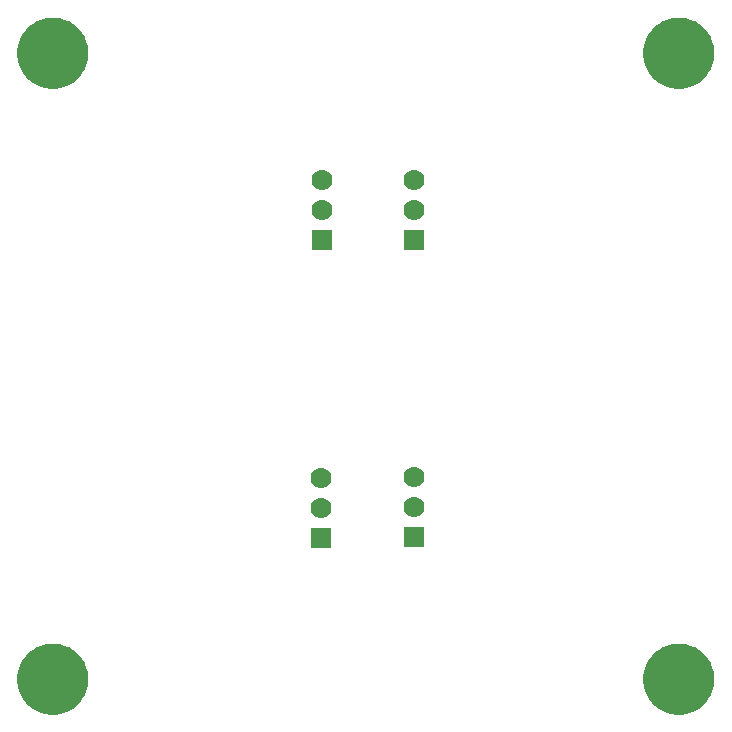
<source format=gbl>
G04 Layer_Physical_Order=2*
G04 Layer_Color=16711680*
%FSLAX44Y44*%
%MOMM*%
G71*
G01*
G75*
%ADD11C,1.7780*%
%ADD12R,1.7780X1.7780*%
G36*
X2260876Y1354489D02*
X2264675Y1353471D01*
X2268308Y1351966D01*
X2271714Y1350000D01*
X2274834Y1347606D01*
X2277614Y1344825D01*
X2280008Y1341705D01*
X2281975Y1338300D01*
X2283480Y1334666D01*
X2284498Y1330868D01*
X2285011Y1326969D01*
Y1325002D01*
Y1323036D01*
X2284498Y1319137D01*
X2283480Y1315338D01*
X2281975Y1311705D01*
X2280008Y1308300D01*
X2277614Y1305180D01*
X2274834Y1302399D01*
X2271714Y1300005D01*
X2268308Y1298038D01*
X2264675Y1296534D01*
X2260876Y1295516D01*
X2256977Y1295002D01*
X2253044D01*
X2249146Y1295516D01*
X2245347Y1296534D01*
X2241714Y1298038D01*
X2238308Y1300005D01*
X2235188Y1302399D01*
X2232407Y1305180D01*
X2230013Y1308300D01*
X2228047Y1311705D01*
X2226542Y1315338D01*
X2225524Y1319137D01*
X2225011Y1323036D01*
Y1325002D01*
Y1326969D01*
X2225524Y1330868D01*
X2226542Y1334666D01*
X2228047Y1338300D01*
X2230013Y1341705D01*
X2232407Y1344825D01*
X2235188Y1347606D01*
X2238308Y1350000D01*
X2241714Y1351966D01*
X2245347Y1353471D01*
X2249146Y1354489D01*
X2253044Y1355002D01*
X2256977D01*
X2260876Y1354489D01*
D02*
G37*
G36*
X1730876D02*
X1734675Y1353471D01*
X1738308Y1351966D01*
X1741714Y1350000D01*
X1744834Y1347606D01*
X1747614Y1344825D01*
X1750008Y1341705D01*
X1751975Y1338300D01*
X1753480Y1334666D01*
X1754498Y1330868D01*
X1755011Y1326969D01*
Y1325002D01*
Y1325002D01*
Y1323036D01*
X1754498Y1319137D01*
X1753480Y1315339D01*
X1751975Y1311705D01*
X1750008Y1308300D01*
X1747614Y1305180D01*
X1744834Y1302399D01*
X1741714Y1300005D01*
X1738308Y1298038D01*
X1734675Y1296534D01*
X1730876Y1295516D01*
X1726977Y1295002D01*
X1723044D01*
X1719146Y1295516D01*
X1715347Y1296534D01*
X1711714Y1298038D01*
X1708308Y1300005D01*
X1705188Y1302399D01*
X1702407Y1305180D01*
X1700013Y1308300D01*
X1698047Y1311705D01*
X1696542Y1315339D01*
X1695524Y1319137D01*
X1695011Y1323036D01*
Y1325002D01*
Y1326969D01*
X1695524Y1330868D01*
X1696542Y1334666D01*
X1698047Y1338300D01*
X1700013Y1341705D01*
X1702407Y1344825D01*
X1705188Y1347606D01*
X1708308Y1350000D01*
X1711714Y1351966D01*
X1715347Y1353471D01*
X1719146Y1354489D01*
X1723044Y1355002D01*
X1726977D01*
X1730876Y1354489D01*
D02*
G37*
G36*
X2260876Y1884489D02*
X2264675Y1883471D01*
X2268308Y1881966D01*
X2271714Y1880000D01*
X2274834Y1877606D01*
X2277614Y1874825D01*
X2280008Y1871705D01*
X2281975Y1868300D01*
X2283480Y1864666D01*
X2284498Y1860868D01*
X2285011Y1856969D01*
Y1855002D01*
Y1855002D01*
Y1853036D01*
X2284498Y1849137D01*
X2283480Y1845339D01*
X2281975Y1841705D01*
X2280008Y1838300D01*
X2277614Y1835180D01*
X2274834Y1832399D01*
X2271714Y1830005D01*
X2268308Y1828038D01*
X2264675Y1826534D01*
X2260876Y1825516D01*
X2256977Y1825002D01*
X2253044D01*
X2249146Y1825516D01*
X2245347Y1826534D01*
X2241714Y1828038D01*
X2238308Y1830005D01*
X2235188Y1832399D01*
X2232407Y1835180D01*
X2230013Y1838300D01*
X2228047Y1841705D01*
X2226542Y1845339D01*
X2225524Y1849137D01*
X2225011Y1853036D01*
Y1855002D01*
Y1856969D01*
X2225524Y1860868D01*
X2226542Y1864666D01*
X2228047Y1868300D01*
X2230013Y1871705D01*
X2232407Y1874825D01*
X2235188Y1877606D01*
X2238308Y1880000D01*
X2241714Y1881966D01*
X2245347Y1883471D01*
X2249146Y1884489D01*
X2253044Y1885002D01*
X2256977D01*
X2260876Y1884489D01*
D02*
G37*
G36*
X1730876D02*
X1734675Y1883471D01*
X1738308Y1881966D01*
X1741714Y1880000D01*
X1744834Y1877606D01*
X1747614Y1874825D01*
X1750008Y1871705D01*
X1751975Y1868300D01*
X1753480Y1864666D01*
X1754498Y1860868D01*
X1755011Y1856969D01*
Y1855002D01*
Y1855002D01*
Y1853036D01*
X1754498Y1849137D01*
X1753480Y1845339D01*
X1751975Y1841705D01*
X1750008Y1838300D01*
X1747614Y1835180D01*
X1744834Y1832399D01*
X1741714Y1830005D01*
X1738308Y1828038D01*
X1734675Y1826534D01*
X1730876Y1825516D01*
X1726977Y1825002D01*
X1723044D01*
X1719146Y1825516D01*
X1715347Y1826534D01*
X1711714Y1828038D01*
X1708308Y1830005D01*
X1705188Y1832399D01*
X1702407Y1835180D01*
X1700013Y1838300D01*
X1698047Y1841705D01*
X1696542Y1845339D01*
X1695524Y1849137D01*
X1695011Y1853036D01*
Y1855002D01*
Y1856969D01*
X1695524Y1860868D01*
X1696542Y1864666D01*
X1698047Y1868300D01*
X1700013Y1871705D01*
X1702407Y1874825D01*
X1705188Y1877606D01*
X1708308Y1880000D01*
X1711714Y1881966D01*
X1715347Y1883471D01*
X1719146Y1884489D01*
X1723044Y1885002D01*
X1726977D01*
X1730876Y1884489D01*
D02*
G37*
D11*
X2031000Y1747400D02*
D03*
Y1722000D02*
D03*
X1953000Y1748000D02*
D03*
Y1722600D02*
D03*
X2031000Y1496400D02*
D03*
Y1471000D02*
D03*
X1952000Y1495000D02*
D03*
Y1469600D02*
D03*
D12*
X2031000Y1696600D02*
D03*
X1953000Y1697200D02*
D03*
X2031000Y1445600D02*
D03*
X1952000Y1444200D02*
D03*
M02*

</source>
